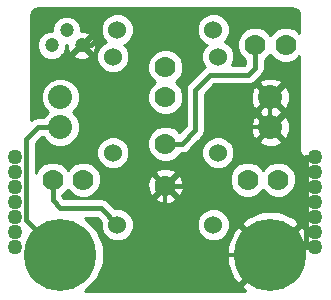
<source format=gbl>
G04 #@! TF.FileFunction,Copper,L2,Bot,Signal*
%FSLAX46Y46*%
G04 Gerber Fmt 4.6, Leading zero omitted, Abs format (unit mm)*
G04 Created by KiCad (PCBNEW 4.0.1-3.201512221401+6198~38~ubuntu15.10.1-stable) date Wed Mar  2 23:22:26 2016*
%MOMM*%
G01*
G04 APERTURE LIST*
%ADD10C,0.050800*%
%ADD11C,1.270000*%
%ADD12C,2.032000*%
%ADD13C,6.096000*%
%ADD14C,1.778000*%
%ADD15C,1.200000*%
%ADD16C,1.524000*%
%ADD17C,0.381000*%
%ADD18C,0.350000*%
%ADD19C,0.254000*%
G04 APERTURE END LIST*
D10*
D11*
X0Y4445000D03*
X0Y5715000D03*
X0Y6985000D03*
X0Y8255000D03*
X0Y9525000D03*
X0Y10795000D03*
X25400000Y4445000D03*
X25400000Y5715000D03*
X25400000Y6985000D03*
X25400000Y8255000D03*
X25400000Y9525000D03*
X25400000Y10795000D03*
D12*
X3810000Y17145000D03*
X3810000Y14605000D03*
X21590000Y17145000D03*
X21590000Y14605000D03*
D13*
X21590000Y3810000D03*
X3810000Y3810000D03*
D14*
X12700000Y13208000D03*
X12700000Y9652000D03*
X12700000Y19685000D03*
X12700000Y17145000D03*
D11*
X25400000Y12065000D03*
X0Y12065000D03*
D15*
X4328000Y22816000D03*
X5598000Y21546000D03*
X3058000Y21546000D03*
D16*
X8255000Y12446000D03*
X8255000Y20574000D03*
X16764000Y22860000D03*
X8636000Y22860000D03*
X17145000Y12446000D03*
X17145000Y20574000D03*
X8636000Y6350000D03*
X16764000Y6350000D03*
D14*
X22890000Y21590000D03*
X20290000Y21590000D03*
X22255000Y10160000D03*
X19655000Y10160000D03*
X5745000Y10160000D03*
X3145000Y10160000D03*
D17*
X20290000Y21590000D02*
X20290000Y19655000D01*
X16510000Y19050000D02*
X15240000Y17780000D01*
X19685000Y19050000D02*
X16510000Y19050000D01*
X20290000Y19655000D02*
X19685000Y19050000D01*
X12700000Y13208000D02*
X14097000Y13208000D01*
X14097000Y13208000D02*
X15240000Y14351000D01*
X15240000Y14351000D02*
X15240000Y17780000D01*
X3145000Y10160000D02*
X3145000Y8412000D01*
X7239000Y7747000D02*
X8636000Y6350000D01*
X3810000Y7747000D02*
X7239000Y7747000D01*
X3145000Y8412000D02*
X3810000Y7747000D01*
X3810000Y14605000D02*
X1905000Y14605000D01*
X889000Y6731000D02*
X3810000Y3810000D01*
X889000Y13589000D02*
X889000Y6731000D01*
X1905000Y14605000D02*
X889000Y13589000D01*
X16637000Y13970000D02*
X19050000Y13970000D01*
X19050000Y13970000D02*
X19685000Y14605000D01*
X16637000Y13970000D02*
X16129000Y13970000D01*
X14351000Y9652000D02*
X12700000Y9652000D01*
X14986000Y10287000D02*
X14351000Y9652000D01*
X14986000Y12827000D02*
X14986000Y10287000D01*
X16129000Y13970000D02*
X14986000Y12827000D01*
X5598000Y21546000D02*
X6433000Y21546000D01*
X10414000Y23622000D02*
X9525000Y24511000D01*
X9525000Y24511000D02*
X7366000Y24511000D01*
X10414000Y11938000D02*
X12700000Y9652000D01*
X10414000Y11938000D02*
X10414000Y23622000D01*
X6433000Y21546000D02*
X6858000Y21971000D01*
X6858000Y21971000D02*
X6858000Y24003000D01*
X6858000Y24003000D02*
X7366000Y24511000D01*
X24638000Y6985000D02*
X24638000Y6858000D01*
X24638000Y6858000D02*
X21590000Y3810000D01*
X25400000Y4445000D02*
X24638000Y4445000D01*
X24638000Y4445000D02*
X24638000Y5715000D01*
X25400000Y5715000D02*
X24638000Y5715000D01*
X24638000Y5715000D02*
X24638000Y6985000D01*
X24638000Y6985000D02*
X24638000Y8255000D01*
X24638000Y9525000D02*
X24638000Y8255000D01*
X24638000Y10795000D02*
X24638000Y9525000D01*
X24638000Y12065000D02*
X24638000Y10795000D01*
X25400000Y12065000D02*
X24638000Y12065000D01*
X25400000Y10795000D02*
X24638000Y10795000D01*
X25400000Y9525000D02*
X24638000Y9525000D01*
X25400000Y8255000D02*
X24638000Y8255000D01*
X24638000Y6985000D02*
X25400000Y6985000D01*
D18*
X19685000Y14605000D02*
X21590000Y14605000D01*
X12700000Y5715000D02*
X14605000Y3810000D01*
X14605000Y3810000D02*
X21590000Y3810000D01*
X12700000Y9652000D02*
X12700000Y5715000D01*
X21590000Y17145000D02*
X21590000Y14605000D01*
D19*
G36*
X23703979Y24634522D02*
X23881145Y24516144D01*
X23999521Y24338981D01*
X24055000Y24060069D01*
X24055000Y22580110D01*
X23754404Y22881231D01*
X23194472Y23113735D01*
X22588188Y23114264D01*
X22027851Y22882738D01*
X21598769Y22454404D01*
X21590267Y22433928D01*
X21582738Y22452149D01*
X21154404Y22881231D01*
X20594472Y23113735D01*
X19988188Y23114264D01*
X19427851Y22882738D01*
X18998769Y22454404D01*
X18766265Y21894472D01*
X18765736Y21288188D01*
X18997262Y20727851D01*
X19425596Y20298769D01*
X19464500Y20282615D01*
X19464500Y19996934D01*
X19343066Y19875500D01*
X18367607Y19875500D01*
X18541757Y20294900D01*
X18542242Y20850661D01*
X18330010Y21364303D01*
X17937370Y21757629D01*
X17725299Y21845688D01*
X17947629Y22067630D01*
X18160757Y22580900D01*
X18161242Y23136661D01*
X17949010Y23650303D01*
X17556370Y24043629D01*
X17043100Y24256757D01*
X16487339Y24257242D01*
X15973697Y24045010D01*
X15580371Y23652370D01*
X15367243Y23139100D01*
X15366758Y22583339D01*
X15578990Y22069697D01*
X15971630Y21676371D01*
X16183701Y21588312D01*
X15961371Y21366370D01*
X15748243Y20853100D01*
X15747758Y20297339D01*
X15959990Y19783697D01*
X16036315Y19707238D01*
X15926283Y19633717D01*
X15926281Y19633714D01*
X14656283Y18363717D01*
X14477337Y18095906D01*
X14477337Y18095905D01*
X14414500Y17780000D01*
X14414500Y14692934D01*
X13892314Y14170748D01*
X13564404Y14499231D01*
X13004472Y14731735D01*
X12398188Y14732264D01*
X11837851Y14500738D01*
X11408769Y14072404D01*
X11176265Y13512472D01*
X11175736Y12906188D01*
X11407262Y12345851D01*
X11835596Y11916769D01*
X12395528Y11684265D01*
X13001812Y11683736D01*
X13562149Y11915262D01*
X13816669Y12169339D01*
X15747758Y12169339D01*
X15959990Y11655697D01*
X16352630Y11262371D01*
X16865900Y11049243D01*
X17421661Y11048758D01*
X17935303Y11260990D01*
X18328629Y11653630D01*
X18541757Y12166900D01*
X18542242Y12722661D01*
X18330010Y13236303D01*
X18125777Y13440893D01*
X20605498Y13440893D01*
X20706120Y13172378D01*
X21321642Y12943184D01*
X21978019Y12966986D01*
X22473880Y13172378D01*
X22574502Y13440893D01*
X21590000Y14425395D01*
X20605498Y13440893D01*
X18125777Y13440893D01*
X17937370Y13629629D01*
X17424100Y13842757D01*
X16868339Y13843242D01*
X16354697Y13631010D01*
X15961371Y13238370D01*
X15748243Y12725100D01*
X15747758Y12169339D01*
X13816669Y12169339D01*
X13991231Y12343596D01*
X14007385Y12382500D01*
X14097000Y12382500D01*
X14412906Y12445337D01*
X14680717Y12624283D01*
X15823717Y13767283D01*
X16002663Y14035094D01*
X16065500Y14351000D01*
X16065500Y14873358D01*
X19928184Y14873358D01*
X19951986Y14216981D01*
X20157378Y13721120D01*
X20425893Y13620498D01*
X21410395Y14605000D01*
X21769605Y14605000D01*
X22754107Y13620498D01*
X23022622Y13721120D01*
X23251816Y14336642D01*
X23228014Y14993019D01*
X23022622Y15488880D01*
X22754107Y15589502D01*
X21769605Y14605000D01*
X21410395Y14605000D01*
X20425893Y15589502D01*
X20157378Y15488880D01*
X19928184Y14873358D01*
X16065500Y14873358D01*
X16065500Y15980893D01*
X20605498Y15980893D01*
X20645180Y15875000D01*
X20605498Y15769107D01*
X21590000Y14784605D01*
X22574502Y15769107D01*
X22534820Y15875000D01*
X22574502Y15980893D01*
X21590000Y16965395D01*
X20605498Y15980893D01*
X16065500Y15980893D01*
X16065500Y17413358D01*
X19928184Y17413358D01*
X19951986Y16756981D01*
X20157378Y16261120D01*
X20425893Y16160498D01*
X21410395Y17145000D01*
X21769605Y17145000D01*
X22754107Y16160498D01*
X23022622Y16261120D01*
X23251816Y16876642D01*
X23228014Y17533019D01*
X23022622Y18028880D01*
X22754107Y18129502D01*
X21769605Y17145000D01*
X21410395Y17145000D01*
X20425893Y18129502D01*
X20157378Y18028880D01*
X19928184Y17413358D01*
X16065500Y17413358D01*
X16065500Y17438066D01*
X16851933Y18224500D01*
X19685000Y18224500D01*
X20000906Y18287337D01*
X20033487Y18309107D01*
X20605498Y18309107D01*
X21590000Y17324605D01*
X22574502Y18309107D01*
X22473880Y18577622D01*
X21858358Y18806816D01*
X21201981Y18783014D01*
X20706120Y18577622D01*
X20605498Y18309107D01*
X20033487Y18309107D01*
X20268717Y18466283D01*
X20873717Y19071283D01*
X21052663Y19339094D01*
X21115500Y19655000D01*
X21115500Y20282119D01*
X21152149Y20297262D01*
X21581231Y20725596D01*
X21589733Y20746072D01*
X21597262Y20727851D01*
X22025596Y20298769D01*
X22585528Y20066265D01*
X23191812Y20065736D01*
X23752149Y20297262D01*
X24055000Y20599585D01*
X24055000Y12700000D01*
X24109046Y12428295D01*
X24262954Y12197954D01*
X24493295Y12044046D01*
X24690000Y12004919D01*
X24690000Y5921130D01*
X24221258Y6261653D01*
X21769605Y3810000D01*
X21783748Y3795857D01*
X21604143Y3616252D01*
X21590000Y3630395D01*
X19138347Y1178742D01*
X19478870Y710000D01*
X5917684Y710000D01*
X6930475Y1721024D01*
X7492359Y3074192D01*
X7492379Y3097463D01*
X17903067Y3097463D01*
X18456394Y1740774D01*
X18479106Y1706784D01*
X18958742Y1358347D01*
X21410395Y3810000D01*
X18958742Y6261653D01*
X18479106Y5913216D01*
X17911042Y4562630D01*
X17903067Y3097463D01*
X7492379Y3097463D01*
X7493638Y4539380D01*
X6934116Y5893526D01*
X5907935Y6921500D01*
X6897066Y6921500D01*
X7239200Y6579367D01*
X7238758Y6073339D01*
X7450990Y5559697D01*
X7843630Y5166371D01*
X8356900Y4953243D01*
X8912661Y4952758D01*
X9426303Y5164990D01*
X9819629Y5557630D01*
X10032757Y6070900D01*
X10032759Y6073339D01*
X15366758Y6073339D01*
X15578990Y5559697D01*
X15971630Y5166371D01*
X16484900Y4953243D01*
X17040661Y4952758D01*
X17554303Y5164990D01*
X17947629Y5557630D01*
X18160757Y6070900D01*
X18161080Y6441258D01*
X19138347Y6441258D01*
X21590000Y3989605D01*
X24041653Y6441258D01*
X23693216Y6920894D01*
X22342630Y7488958D01*
X20877463Y7496933D01*
X19520774Y6943606D01*
X19486784Y6920894D01*
X19138347Y6441258D01*
X18161080Y6441258D01*
X18161242Y6626661D01*
X17949010Y7140303D01*
X17556370Y7533629D01*
X17043100Y7746757D01*
X16487339Y7747242D01*
X15973697Y7535010D01*
X15580371Y7142370D01*
X15367243Y6629100D01*
X15366758Y6073339D01*
X10032759Y6073339D01*
X10033242Y6626661D01*
X9821010Y7140303D01*
X9428370Y7533629D01*
X8915100Y7746757D01*
X8406233Y7747201D01*
X7822717Y8330717D01*
X7554906Y8509663D01*
X7239000Y8572500D01*
X4151934Y8572500D01*
X4144630Y8579804D01*
X11807409Y8579804D01*
X11892467Y8324461D01*
X12461965Y8116484D01*
X13067700Y8142277D01*
X13507533Y8324461D01*
X13592591Y8579804D01*
X12700000Y9472395D01*
X11807409Y8579804D01*
X4144630Y8579804D01*
X3970500Y8753934D01*
X3970500Y8852119D01*
X4007149Y8867262D01*
X4436231Y9295596D01*
X4444733Y9316072D01*
X4452262Y9297851D01*
X4880596Y8868769D01*
X5440528Y8636265D01*
X6046812Y8635736D01*
X6607149Y8867262D01*
X7036231Y9295596D01*
X7268735Y9855528D01*
X7268765Y9890035D01*
X11164484Y9890035D01*
X11190277Y9284300D01*
X11372461Y8844467D01*
X11627804Y8759409D01*
X12520395Y9652000D01*
X12879605Y9652000D01*
X13772196Y8759409D01*
X14027539Y8844467D01*
X14235516Y9413965D01*
X14216601Y9858188D01*
X18130736Y9858188D01*
X18362262Y9297851D01*
X18790596Y8868769D01*
X19350528Y8636265D01*
X19956812Y8635736D01*
X20517149Y8867262D01*
X20946231Y9295596D01*
X20954733Y9316072D01*
X20962262Y9297851D01*
X21390596Y8868769D01*
X21950528Y8636265D01*
X22556812Y8635736D01*
X23117149Y8867262D01*
X23546231Y9295596D01*
X23778735Y9855528D01*
X23779264Y10461812D01*
X23547738Y11022149D01*
X23119404Y11451231D01*
X22559472Y11683735D01*
X21953188Y11684264D01*
X21392851Y11452738D01*
X20963769Y11024404D01*
X20955267Y11003928D01*
X20947738Y11022149D01*
X20519404Y11451231D01*
X19959472Y11683735D01*
X19353188Y11684264D01*
X18792851Y11452738D01*
X18363769Y11024404D01*
X18131265Y10464472D01*
X18130736Y9858188D01*
X14216601Y9858188D01*
X14209723Y10019700D01*
X14027539Y10459533D01*
X13772196Y10544591D01*
X12879605Y9652000D01*
X12520395Y9652000D01*
X11627804Y10544591D01*
X11372461Y10459533D01*
X11164484Y9890035D01*
X7268765Y9890035D01*
X7269264Y10461812D01*
X7160850Y10724196D01*
X11807409Y10724196D01*
X12700000Y9831605D01*
X13592591Y10724196D01*
X13507533Y10979539D01*
X12938035Y11187516D01*
X12332300Y11161723D01*
X11892467Y10979539D01*
X11807409Y10724196D01*
X7160850Y10724196D01*
X7037738Y11022149D01*
X6609404Y11451231D01*
X6049472Y11683735D01*
X5443188Y11684264D01*
X4882851Y11452738D01*
X4453769Y11024404D01*
X4445267Y11003928D01*
X4437738Y11022149D01*
X4009404Y11451231D01*
X3449472Y11683735D01*
X2843188Y11684264D01*
X2282851Y11452738D01*
X1853769Y11024404D01*
X1714500Y10689007D01*
X1714500Y12169339D01*
X6857758Y12169339D01*
X7069990Y11655697D01*
X7462630Y11262371D01*
X7975900Y11049243D01*
X8531661Y11048758D01*
X9045303Y11260990D01*
X9438629Y11653630D01*
X9651757Y12166900D01*
X9652242Y12722661D01*
X9440010Y13236303D01*
X9047370Y13629629D01*
X8534100Y13842757D01*
X7978339Y13843242D01*
X7464697Y13631010D01*
X7071371Y13238370D01*
X6858243Y12725100D01*
X6857758Y12169339D01*
X1714500Y12169339D01*
X1714500Y13247066D01*
X2246934Y13779500D01*
X2364705Y13779500D01*
X2409534Y13671005D01*
X2873563Y13206166D01*
X3480155Y12954287D01*
X4136963Y12953714D01*
X4743995Y13204534D01*
X5208834Y13668563D01*
X5460713Y14275155D01*
X5461286Y14931963D01*
X5210466Y15538995D01*
X4874868Y15875179D01*
X5208834Y16208563D01*
X5460713Y16815155D01*
X5461286Y17471963D01*
X5210466Y18078995D01*
X4746437Y18543834D01*
X4139845Y18795713D01*
X3483037Y18796286D01*
X2876005Y18545466D01*
X2411166Y18081437D01*
X2159287Y17474845D01*
X2158714Y16818037D01*
X2409534Y16211005D01*
X2745132Y15874821D01*
X2411166Y15541437D01*
X2365101Y15430500D01*
X1905005Y15430500D01*
X1905000Y15430501D01*
X1589094Y15367663D01*
X1345000Y15204564D01*
X1345000Y20297339D01*
X6857758Y20297339D01*
X7069990Y19783697D01*
X7462630Y19390371D01*
X7975900Y19177243D01*
X8531661Y19176758D01*
X9031261Y19383188D01*
X11175736Y19383188D01*
X11407262Y18822851D01*
X11814737Y18414664D01*
X11408769Y18009404D01*
X11176265Y17449472D01*
X11175736Y16843188D01*
X11407262Y16282851D01*
X11835596Y15853769D01*
X12395528Y15621265D01*
X13001812Y15620736D01*
X13562149Y15852262D01*
X13991231Y16280596D01*
X14223735Y16840528D01*
X14224264Y17446812D01*
X13992738Y18007149D01*
X13585263Y18415336D01*
X13991231Y18820596D01*
X14223735Y19380528D01*
X14224264Y19986812D01*
X13992738Y20547149D01*
X13564404Y20976231D01*
X13004472Y21208735D01*
X12398188Y21209264D01*
X11837851Y20977738D01*
X11408769Y20549404D01*
X11176265Y19989472D01*
X11175736Y19383188D01*
X9031261Y19383188D01*
X9045303Y19388990D01*
X9438629Y19781630D01*
X9651757Y20294900D01*
X9652242Y20850661D01*
X9440010Y21364303D01*
X9216431Y21588273D01*
X9426303Y21674990D01*
X9819629Y22067630D01*
X10032757Y22580900D01*
X10033242Y23136661D01*
X9821010Y23650303D01*
X9428370Y24043629D01*
X8915100Y24256757D01*
X8359339Y24257242D01*
X7845697Y24045010D01*
X7452371Y23652370D01*
X7239243Y23139100D01*
X7238758Y22583339D01*
X7450990Y22069697D01*
X7674569Y21845727D01*
X7464697Y21759010D01*
X7071371Y21366370D01*
X6858243Y20853100D01*
X6857758Y20297339D01*
X1345000Y20297339D01*
X1345000Y21301421D01*
X1822786Y21301421D01*
X2010408Y20847343D01*
X2357515Y20499629D01*
X2811266Y20311215D01*
X3302579Y20310786D01*
X3756657Y20498408D01*
X3941837Y20683265D01*
X4914870Y20683265D01*
X4964383Y20457836D01*
X5429036Y20298193D01*
X5919413Y20328518D01*
X6231617Y20457836D01*
X6281130Y20683265D01*
X5598000Y21366395D01*
X4914870Y20683265D01*
X3941837Y20683265D01*
X4104371Y20845515D01*
X4292785Y21299266D01*
X4293031Y21581030D01*
X4358479Y21580973D01*
X4380518Y21224587D01*
X4509836Y20912383D01*
X4735265Y20862870D01*
X5418395Y21546000D01*
X5777605Y21546000D01*
X6460735Y20862870D01*
X6686164Y20912383D01*
X6845807Y21377036D01*
X6815482Y21867413D01*
X6686164Y22179617D01*
X6460735Y22229130D01*
X5777605Y21546000D01*
X5418395Y21546000D01*
X5404253Y21560142D01*
X5583858Y21739747D01*
X5598000Y21725605D01*
X6281130Y22408735D01*
X6231617Y22634164D01*
X5766964Y22793807D01*
X5562970Y22781192D01*
X5563214Y23060579D01*
X5375592Y23514657D01*
X5028485Y23862371D01*
X4574734Y24050785D01*
X4083421Y24051214D01*
X3629343Y23863592D01*
X3281629Y23516485D01*
X3093215Y23062734D01*
X3092969Y22780970D01*
X2813421Y22781214D01*
X2359343Y22593592D01*
X2011629Y22246485D01*
X1823215Y21792734D01*
X1822786Y21301421D01*
X1345000Y21301421D01*
X1345000Y24060070D01*
X1400478Y24338979D01*
X1518856Y24516145D01*
X1696019Y24634521D01*
X1974931Y24690000D01*
X23425070Y24690000D01*
X23703979Y24634522D01*
X23703979Y24634522D01*
G37*
X23703979Y24634522D02*
X23881145Y24516144D01*
X23999521Y24338981D01*
X24055000Y24060069D01*
X24055000Y22580110D01*
X23754404Y22881231D01*
X23194472Y23113735D01*
X22588188Y23114264D01*
X22027851Y22882738D01*
X21598769Y22454404D01*
X21590267Y22433928D01*
X21582738Y22452149D01*
X21154404Y22881231D01*
X20594472Y23113735D01*
X19988188Y23114264D01*
X19427851Y22882738D01*
X18998769Y22454404D01*
X18766265Y21894472D01*
X18765736Y21288188D01*
X18997262Y20727851D01*
X19425596Y20298769D01*
X19464500Y20282615D01*
X19464500Y19996934D01*
X19343066Y19875500D01*
X18367607Y19875500D01*
X18541757Y20294900D01*
X18542242Y20850661D01*
X18330010Y21364303D01*
X17937370Y21757629D01*
X17725299Y21845688D01*
X17947629Y22067630D01*
X18160757Y22580900D01*
X18161242Y23136661D01*
X17949010Y23650303D01*
X17556370Y24043629D01*
X17043100Y24256757D01*
X16487339Y24257242D01*
X15973697Y24045010D01*
X15580371Y23652370D01*
X15367243Y23139100D01*
X15366758Y22583339D01*
X15578990Y22069697D01*
X15971630Y21676371D01*
X16183701Y21588312D01*
X15961371Y21366370D01*
X15748243Y20853100D01*
X15747758Y20297339D01*
X15959990Y19783697D01*
X16036315Y19707238D01*
X15926283Y19633717D01*
X15926281Y19633714D01*
X14656283Y18363717D01*
X14477337Y18095906D01*
X14477337Y18095905D01*
X14414500Y17780000D01*
X14414500Y14692934D01*
X13892314Y14170748D01*
X13564404Y14499231D01*
X13004472Y14731735D01*
X12398188Y14732264D01*
X11837851Y14500738D01*
X11408769Y14072404D01*
X11176265Y13512472D01*
X11175736Y12906188D01*
X11407262Y12345851D01*
X11835596Y11916769D01*
X12395528Y11684265D01*
X13001812Y11683736D01*
X13562149Y11915262D01*
X13816669Y12169339D01*
X15747758Y12169339D01*
X15959990Y11655697D01*
X16352630Y11262371D01*
X16865900Y11049243D01*
X17421661Y11048758D01*
X17935303Y11260990D01*
X18328629Y11653630D01*
X18541757Y12166900D01*
X18542242Y12722661D01*
X18330010Y13236303D01*
X18125777Y13440893D01*
X20605498Y13440893D01*
X20706120Y13172378D01*
X21321642Y12943184D01*
X21978019Y12966986D01*
X22473880Y13172378D01*
X22574502Y13440893D01*
X21590000Y14425395D01*
X20605498Y13440893D01*
X18125777Y13440893D01*
X17937370Y13629629D01*
X17424100Y13842757D01*
X16868339Y13843242D01*
X16354697Y13631010D01*
X15961371Y13238370D01*
X15748243Y12725100D01*
X15747758Y12169339D01*
X13816669Y12169339D01*
X13991231Y12343596D01*
X14007385Y12382500D01*
X14097000Y12382500D01*
X14412906Y12445337D01*
X14680717Y12624283D01*
X15823717Y13767283D01*
X16002663Y14035094D01*
X16065500Y14351000D01*
X16065500Y14873358D01*
X19928184Y14873358D01*
X19951986Y14216981D01*
X20157378Y13721120D01*
X20425893Y13620498D01*
X21410395Y14605000D01*
X21769605Y14605000D01*
X22754107Y13620498D01*
X23022622Y13721120D01*
X23251816Y14336642D01*
X23228014Y14993019D01*
X23022622Y15488880D01*
X22754107Y15589502D01*
X21769605Y14605000D01*
X21410395Y14605000D01*
X20425893Y15589502D01*
X20157378Y15488880D01*
X19928184Y14873358D01*
X16065500Y14873358D01*
X16065500Y15980893D01*
X20605498Y15980893D01*
X20645180Y15875000D01*
X20605498Y15769107D01*
X21590000Y14784605D01*
X22574502Y15769107D01*
X22534820Y15875000D01*
X22574502Y15980893D01*
X21590000Y16965395D01*
X20605498Y15980893D01*
X16065500Y15980893D01*
X16065500Y17413358D01*
X19928184Y17413358D01*
X19951986Y16756981D01*
X20157378Y16261120D01*
X20425893Y16160498D01*
X21410395Y17145000D01*
X21769605Y17145000D01*
X22754107Y16160498D01*
X23022622Y16261120D01*
X23251816Y16876642D01*
X23228014Y17533019D01*
X23022622Y18028880D01*
X22754107Y18129502D01*
X21769605Y17145000D01*
X21410395Y17145000D01*
X20425893Y18129502D01*
X20157378Y18028880D01*
X19928184Y17413358D01*
X16065500Y17413358D01*
X16065500Y17438066D01*
X16851933Y18224500D01*
X19685000Y18224500D01*
X20000906Y18287337D01*
X20033487Y18309107D01*
X20605498Y18309107D01*
X21590000Y17324605D01*
X22574502Y18309107D01*
X22473880Y18577622D01*
X21858358Y18806816D01*
X21201981Y18783014D01*
X20706120Y18577622D01*
X20605498Y18309107D01*
X20033487Y18309107D01*
X20268717Y18466283D01*
X20873717Y19071283D01*
X21052663Y19339094D01*
X21115500Y19655000D01*
X21115500Y20282119D01*
X21152149Y20297262D01*
X21581231Y20725596D01*
X21589733Y20746072D01*
X21597262Y20727851D01*
X22025596Y20298769D01*
X22585528Y20066265D01*
X23191812Y20065736D01*
X23752149Y20297262D01*
X24055000Y20599585D01*
X24055000Y12700000D01*
X24109046Y12428295D01*
X24262954Y12197954D01*
X24493295Y12044046D01*
X24690000Y12004919D01*
X24690000Y5921130D01*
X24221258Y6261653D01*
X21769605Y3810000D01*
X21783748Y3795857D01*
X21604143Y3616252D01*
X21590000Y3630395D01*
X19138347Y1178742D01*
X19478870Y710000D01*
X5917684Y710000D01*
X6930475Y1721024D01*
X7492359Y3074192D01*
X7492379Y3097463D01*
X17903067Y3097463D01*
X18456394Y1740774D01*
X18479106Y1706784D01*
X18958742Y1358347D01*
X21410395Y3810000D01*
X18958742Y6261653D01*
X18479106Y5913216D01*
X17911042Y4562630D01*
X17903067Y3097463D01*
X7492379Y3097463D01*
X7493638Y4539380D01*
X6934116Y5893526D01*
X5907935Y6921500D01*
X6897066Y6921500D01*
X7239200Y6579367D01*
X7238758Y6073339D01*
X7450990Y5559697D01*
X7843630Y5166371D01*
X8356900Y4953243D01*
X8912661Y4952758D01*
X9426303Y5164990D01*
X9819629Y5557630D01*
X10032757Y6070900D01*
X10032759Y6073339D01*
X15366758Y6073339D01*
X15578990Y5559697D01*
X15971630Y5166371D01*
X16484900Y4953243D01*
X17040661Y4952758D01*
X17554303Y5164990D01*
X17947629Y5557630D01*
X18160757Y6070900D01*
X18161080Y6441258D01*
X19138347Y6441258D01*
X21590000Y3989605D01*
X24041653Y6441258D01*
X23693216Y6920894D01*
X22342630Y7488958D01*
X20877463Y7496933D01*
X19520774Y6943606D01*
X19486784Y6920894D01*
X19138347Y6441258D01*
X18161080Y6441258D01*
X18161242Y6626661D01*
X17949010Y7140303D01*
X17556370Y7533629D01*
X17043100Y7746757D01*
X16487339Y7747242D01*
X15973697Y7535010D01*
X15580371Y7142370D01*
X15367243Y6629100D01*
X15366758Y6073339D01*
X10032759Y6073339D01*
X10033242Y6626661D01*
X9821010Y7140303D01*
X9428370Y7533629D01*
X8915100Y7746757D01*
X8406233Y7747201D01*
X7822717Y8330717D01*
X7554906Y8509663D01*
X7239000Y8572500D01*
X4151934Y8572500D01*
X4144630Y8579804D01*
X11807409Y8579804D01*
X11892467Y8324461D01*
X12461965Y8116484D01*
X13067700Y8142277D01*
X13507533Y8324461D01*
X13592591Y8579804D01*
X12700000Y9472395D01*
X11807409Y8579804D01*
X4144630Y8579804D01*
X3970500Y8753934D01*
X3970500Y8852119D01*
X4007149Y8867262D01*
X4436231Y9295596D01*
X4444733Y9316072D01*
X4452262Y9297851D01*
X4880596Y8868769D01*
X5440528Y8636265D01*
X6046812Y8635736D01*
X6607149Y8867262D01*
X7036231Y9295596D01*
X7268735Y9855528D01*
X7268765Y9890035D01*
X11164484Y9890035D01*
X11190277Y9284300D01*
X11372461Y8844467D01*
X11627804Y8759409D01*
X12520395Y9652000D01*
X12879605Y9652000D01*
X13772196Y8759409D01*
X14027539Y8844467D01*
X14235516Y9413965D01*
X14216601Y9858188D01*
X18130736Y9858188D01*
X18362262Y9297851D01*
X18790596Y8868769D01*
X19350528Y8636265D01*
X19956812Y8635736D01*
X20517149Y8867262D01*
X20946231Y9295596D01*
X20954733Y9316072D01*
X20962262Y9297851D01*
X21390596Y8868769D01*
X21950528Y8636265D01*
X22556812Y8635736D01*
X23117149Y8867262D01*
X23546231Y9295596D01*
X23778735Y9855528D01*
X23779264Y10461812D01*
X23547738Y11022149D01*
X23119404Y11451231D01*
X22559472Y11683735D01*
X21953188Y11684264D01*
X21392851Y11452738D01*
X20963769Y11024404D01*
X20955267Y11003928D01*
X20947738Y11022149D01*
X20519404Y11451231D01*
X19959472Y11683735D01*
X19353188Y11684264D01*
X18792851Y11452738D01*
X18363769Y11024404D01*
X18131265Y10464472D01*
X18130736Y9858188D01*
X14216601Y9858188D01*
X14209723Y10019700D01*
X14027539Y10459533D01*
X13772196Y10544591D01*
X12879605Y9652000D01*
X12520395Y9652000D01*
X11627804Y10544591D01*
X11372461Y10459533D01*
X11164484Y9890035D01*
X7268765Y9890035D01*
X7269264Y10461812D01*
X7160850Y10724196D01*
X11807409Y10724196D01*
X12700000Y9831605D01*
X13592591Y10724196D01*
X13507533Y10979539D01*
X12938035Y11187516D01*
X12332300Y11161723D01*
X11892467Y10979539D01*
X11807409Y10724196D01*
X7160850Y10724196D01*
X7037738Y11022149D01*
X6609404Y11451231D01*
X6049472Y11683735D01*
X5443188Y11684264D01*
X4882851Y11452738D01*
X4453769Y11024404D01*
X4445267Y11003928D01*
X4437738Y11022149D01*
X4009404Y11451231D01*
X3449472Y11683735D01*
X2843188Y11684264D01*
X2282851Y11452738D01*
X1853769Y11024404D01*
X1714500Y10689007D01*
X1714500Y12169339D01*
X6857758Y12169339D01*
X7069990Y11655697D01*
X7462630Y11262371D01*
X7975900Y11049243D01*
X8531661Y11048758D01*
X9045303Y11260990D01*
X9438629Y11653630D01*
X9651757Y12166900D01*
X9652242Y12722661D01*
X9440010Y13236303D01*
X9047370Y13629629D01*
X8534100Y13842757D01*
X7978339Y13843242D01*
X7464697Y13631010D01*
X7071371Y13238370D01*
X6858243Y12725100D01*
X6857758Y12169339D01*
X1714500Y12169339D01*
X1714500Y13247066D01*
X2246934Y13779500D01*
X2364705Y13779500D01*
X2409534Y13671005D01*
X2873563Y13206166D01*
X3480155Y12954287D01*
X4136963Y12953714D01*
X4743995Y13204534D01*
X5208834Y13668563D01*
X5460713Y14275155D01*
X5461286Y14931963D01*
X5210466Y15538995D01*
X4874868Y15875179D01*
X5208834Y16208563D01*
X5460713Y16815155D01*
X5461286Y17471963D01*
X5210466Y18078995D01*
X4746437Y18543834D01*
X4139845Y18795713D01*
X3483037Y18796286D01*
X2876005Y18545466D01*
X2411166Y18081437D01*
X2159287Y17474845D01*
X2158714Y16818037D01*
X2409534Y16211005D01*
X2745132Y15874821D01*
X2411166Y15541437D01*
X2365101Y15430500D01*
X1905005Y15430500D01*
X1905000Y15430501D01*
X1589094Y15367663D01*
X1345000Y15204564D01*
X1345000Y20297339D01*
X6857758Y20297339D01*
X7069990Y19783697D01*
X7462630Y19390371D01*
X7975900Y19177243D01*
X8531661Y19176758D01*
X9031261Y19383188D01*
X11175736Y19383188D01*
X11407262Y18822851D01*
X11814737Y18414664D01*
X11408769Y18009404D01*
X11176265Y17449472D01*
X11175736Y16843188D01*
X11407262Y16282851D01*
X11835596Y15853769D01*
X12395528Y15621265D01*
X13001812Y15620736D01*
X13562149Y15852262D01*
X13991231Y16280596D01*
X14223735Y16840528D01*
X14224264Y17446812D01*
X13992738Y18007149D01*
X13585263Y18415336D01*
X13991231Y18820596D01*
X14223735Y19380528D01*
X14224264Y19986812D01*
X13992738Y20547149D01*
X13564404Y20976231D01*
X13004472Y21208735D01*
X12398188Y21209264D01*
X11837851Y20977738D01*
X11408769Y20549404D01*
X11176265Y19989472D01*
X11175736Y19383188D01*
X9031261Y19383188D01*
X9045303Y19388990D01*
X9438629Y19781630D01*
X9651757Y20294900D01*
X9652242Y20850661D01*
X9440010Y21364303D01*
X9216431Y21588273D01*
X9426303Y21674990D01*
X9819629Y22067630D01*
X10032757Y22580900D01*
X10033242Y23136661D01*
X9821010Y23650303D01*
X9428370Y24043629D01*
X8915100Y24256757D01*
X8359339Y24257242D01*
X7845697Y24045010D01*
X7452371Y23652370D01*
X7239243Y23139100D01*
X7238758Y22583339D01*
X7450990Y22069697D01*
X7674569Y21845727D01*
X7464697Y21759010D01*
X7071371Y21366370D01*
X6858243Y20853100D01*
X6857758Y20297339D01*
X1345000Y20297339D01*
X1345000Y21301421D01*
X1822786Y21301421D01*
X2010408Y20847343D01*
X2357515Y20499629D01*
X2811266Y20311215D01*
X3302579Y20310786D01*
X3756657Y20498408D01*
X3941837Y20683265D01*
X4914870Y20683265D01*
X4964383Y20457836D01*
X5429036Y20298193D01*
X5919413Y20328518D01*
X6231617Y20457836D01*
X6281130Y20683265D01*
X5598000Y21366395D01*
X4914870Y20683265D01*
X3941837Y20683265D01*
X4104371Y20845515D01*
X4292785Y21299266D01*
X4293031Y21581030D01*
X4358479Y21580973D01*
X4380518Y21224587D01*
X4509836Y20912383D01*
X4735265Y20862870D01*
X5418395Y21546000D01*
X5777605Y21546000D01*
X6460735Y20862870D01*
X6686164Y20912383D01*
X6845807Y21377036D01*
X6815482Y21867413D01*
X6686164Y22179617D01*
X6460735Y22229130D01*
X5777605Y21546000D01*
X5418395Y21546000D01*
X5404253Y21560142D01*
X5583858Y21739747D01*
X5598000Y21725605D01*
X6281130Y22408735D01*
X6231617Y22634164D01*
X5766964Y22793807D01*
X5562970Y22781192D01*
X5563214Y23060579D01*
X5375592Y23514657D01*
X5028485Y23862371D01*
X4574734Y24050785D01*
X4083421Y24051214D01*
X3629343Y23863592D01*
X3281629Y23516485D01*
X3093215Y23062734D01*
X3092969Y22780970D01*
X2813421Y22781214D01*
X2359343Y22593592D01*
X2011629Y22246485D01*
X1823215Y21792734D01*
X1822786Y21301421D01*
X1345000Y21301421D01*
X1345000Y24060070D01*
X1400478Y24338979D01*
X1518856Y24516145D01*
X1696019Y24634521D01*
X1974931Y24690000D01*
X23425070Y24690000D01*
X23703979Y24634522D01*
M02*

</source>
